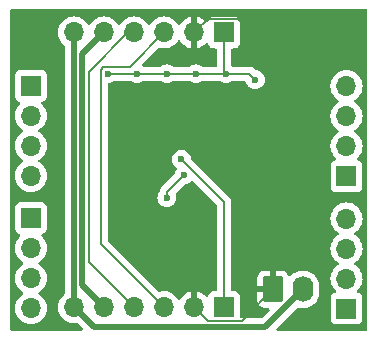
<source format=gbr>
%TF.GenerationSoftware,KiCad,Pcbnew,8.0.3-8.0.3-0~ubuntu22.04.1*%
%TF.CreationDate,2024-06-23T17:20:49+09:00*%
%TF.ProjectId,PCA9685_ver1,50434139-3638-4355-9f76-6572312e6b69,rev?*%
%TF.SameCoordinates,Original*%
%TF.FileFunction,Copper,L2,Bot*%
%TF.FilePolarity,Positive*%
%FSLAX46Y46*%
G04 Gerber Fmt 4.6, Leading zero omitted, Abs format (unit mm)*
G04 Created by KiCad (PCBNEW 8.0.3-8.0.3-0~ubuntu22.04.1) date 2024-06-23 17:20:49*
%MOMM*%
%LPD*%
G01*
G04 APERTURE LIST*
G04 Aperture macros list*
%AMRoundRect*
0 Rectangle with rounded corners*
0 $1 Rounding radius*
0 $2 $3 $4 $5 $6 $7 $8 $9 X,Y pos of 4 corners*
0 Add a 4 corners polygon primitive as box body*
4,1,4,$2,$3,$4,$5,$6,$7,$8,$9,$2,$3,0*
0 Add four circle primitives for the rounded corners*
1,1,$1+$1,$2,$3*
1,1,$1+$1,$4,$5*
1,1,$1+$1,$6,$7*
1,1,$1+$1,$8,$9*
0 Add four rect primitives between the rounded corners*
20,1,$1+$1,$2,$3,$4,$5,0*
20,1,$1+$1,$4,$5,$6,$7,0*
20,1,$1+$1,$6,$7,$8,$9,0*
20,1,$1+$1,$8,$9,$2,$3,0*%
G04 Aperture macros list end*
%TA.AperFunction,ComponentPad*%
%ADD10R,1.700000X1.700000*%
%TD*%
%TA.AperFunction,ComponentPad*%
%ADD11O,1.700000X1.700000*%
%TD*%
%TA.AperFunction,ComponentPad*%
%ADD12O,1.740000X2.190000*%
%TD*%
%TA.AperFunction,ComponentPad*%
%ADD13RoundRect,0.250000X-0.620000X-0.845000X0.620000X-0.845000X0.620000X0.845000X-0.620000X0.845000X0*%
%TD*%
%TA.AperFunction,ViaPad*%
%ADD14C,0.600000*%
%TD*%
%TA.AperFunction,Conductor*%
%ADD15C,0.200000*%
%TD*%
%TA.AperFunction,Conductor*%
%ADD16C,0.500000*%
%TD*%
G04 APERTURE END LIST*
D10*
%TO.P,J8,1,Pin_1*%
%TO.N,Net-(J8-Pin_1)*%
X104775000Y-94257500D03*
D11*
%TO.P,J8,2,Pin_2*%
%TO.N,Net-(J8-Pin_2)*%
X104775000Y-91717500D03*
%TO.P,J8,3,Pin_3*%
%TO.N,Net-(J8-Pin_3)*%
X104775000Y-89177500D03*
%TO.P,J8,4,Pin_4*%
%TO.N,Net-(J8-Pin_4)*%
X104775000Y-86637500D03*
%TD*%
%TO.P,J7,4,Pin_4*%
%TO.N,Net-(J7-Pin_4)*%
X104775000Y-97837500D03*
%TO.P,J7,3,Pin_3*%
%TO.N,Net-(J7-Pin_3)*%
X104775000Y-100377500D03*
%TO.P,J7,2,Pin_2*%
%TO.N,Net-(J7-Pin_2)*%
X104775000Y-102917500D03*
D10*
%TO.P,J7,1,Pin_1*%
%TO.N,Net-(J7-Pin_1)*%
X104775000Y-105457500D03*
%TD*%
%TO.P,J6,1,Pin_1*%
%TO.N,Net-(J6-Pin_1)*%
X78050000Y-97797500D03*
D11*
%TO.P,J6,2,Pin_2*%
%TO.N,Net-(J6-Pin_2)*%
X78050000Y-100337500D03*
%TO.P,J6,3,Pin_3*%
%TO.N,Net-(J6-Pin_3)*%
X78050000Y-102877500D03*
%TO.P,J6,4,Pin_4*%
%TO.N,Net-(J6-Pin_4)*%
X78050000Y-105417500D03*
%TD*%
D12*
%TO.P,J4,2,Pin_2*%
%TO.N,+5V*%
X101090000Y-103837500D03*
D13*
%TO.P,J4,1,Pin_1*%
%TO.N,GND*%
X98550000Y-103837500D03*
%TD*%
D10*
%TO.P,J3,1,Pin_1*%
%TO.N,+3V3*%
X94400000Y-82087500D03*
D11*
%TO.P,J3,2,Pin_2*%
%TO.N,GND*%
X91860000Y-82087500D03*
%TO.P,J3,3,Pin_3*%
%TO.N,SDA*%
X89320000Y-82087500D03*
%TO.P,J3,4,Pin_4*%
%TO.N,SCL*%
X86780000Y-82087500D03*
%TO.P,J3,5,Pin_5*%
%TO.N,OE*%
X84240000Y-82087500D03*
%TO.P,J3,6,Pin_6*%
%TO.N,+5V*%
X81700000Y-82087500D03*
%TD*%
D10*
%TO.P,J2,1,Pin_1*%
%TO.N,+3V3*%
X94400000Y-105337500D03*
D11*
%TO.P,J2,2,Pin_2*%
%TO.N,GND*%
X91860000Y-105337500D03*
%TO.P,J2,3,Pin_3*%
%TO.N,SDA*%
X89320000Y-105337500D03*
%TO.P,J2,4,Pin_4*%
%TO.N,SCL*%
X86780000Y-105337500D03*
%TO.P,J2,5,Pin_5*%
%TO.N,OE*%
X84240000Y-105337500D03*
%TO.P,J2,6,Pin_6*%
%TO.N,+5V*%
X81700000Y-105337500D03*
%TD*%
%TO.P,J1,4,Pin_4*%
%TO.N,Net-(J1-Pin_4)*%
X78050000Y-94217500D03*
%TO.P,J1,3,Pin_3*%
%TO.N,Net-(J1-Pin_3)*%
X78050000Y-91677500D03*
%TO.P,J1,2,Pin_2*%
%TO.N,Net-(J1-Pin_2)*%
X78050000Y-89137500D03*
D10*
%TO.P,J1,1,Pin_1*%
%TO.N,Net-(J1-Pin_1)*%
X78050000Y-86597500D03*
%TD*%
D14*
%TO.N,+3V3*%
X97050000Y-86087500D03*
%TO.N,GND*%
X99275000Y-96587500D03*
%TO.N,+3V3*%
X90800000Y-92837500D03*
X94550000Y-85587500D03*
X92050000Y-85587500D03*
X89550000Y-85587500D03*
X87050000Y-85587500D03*
X84550000Y-85587500D03*
%TO.N,Net-(U1-EXTCLK)*%
X89560000Y-96087500D03*
X91050000Y-94112500D03*
%TD*%
D15*
%TO.N,+3V3*%
X97050000Y-86087500D02*
X96550000Y-85587500D01*
X96550000Y-85587500D02*
X94550000Y-85587500D01*
D16*
%TO.N,+5V*%
X81700000Y-105337500D02*
X83400000Y-107037500D01*
X83400000Y-107037500D02*
X97890000Y-107037500D01*
X97890000Y-107037500D02*
X101090000Y-103837500D01*
D15*
%TO.N,GND*%
X99275000Y-96587500D02*
X99300000Y-96562500D01*
X99300000Y-96562500D02*
X99300000Y-84687500D01*
X99300000Y-84687500D02*
X95550000Y-80937500D01*
X95550000Y-80937500D02*
X93010000Y-80937500D01*
X93010000Y-80937500D02*
X91860000Y-82087500D01*
X91860000Y-105337500D02*
X93010000Y-106487500D01*
X93010000Y-106487500D02*
X95900000Y-106487500D01*
X95900000Y-106487500D02*
X98550000Y-103837500D01*
%TO.N,+3V3*%
X90800000Y-92837500D02*
X94400000Y-96437500D01*
X94400000Y-96437500D02*
X94400000Y-105337500D01*
%TO.N,SDA*%
X89320000Y-82087500D02*
X86420000Y-84987500D01*
X86420000Y-84987500D02*
X84200000Y-84987500D01*
X84200000Y-84987500D02*
X83950000Y-85237500D01*
X83950000Y-85237500D02*
X83950000Y-99967500D01*
X83950000Y-99967500D02*
X89320000Y-105337500D01*
%TO.N,SCL*%
X86780000Y-82087500D02*
X86290000Y-82087500D01*
X82950000Y-101507500D02*
X86780000Y-105337500D01*
X86290000Y-82087500D02*
X82950000Y-85427500D01*
X82950000Y-85427500D02*
X82950000Y-101507500D01*
D16*
%TO.N,OE*%
X84240000Y-105337500D02*
X82400000Y-103497500D01*
X82400000Y-103497500D02*
X82400000Y-83927500D01*
X82400000Y-83927500D02*
X84240000Y-82087500D01*
%TO.N,+5V*%
X81700000Y-82087500D02*
X81700000Y-105337500D01*
D15*
%TO.N,+3V3*%
X94400000Y-82087500D02*
X94400000Y-85437500D01*
X94400000Y-85437500D02*
X94550000Y-85587500D01*
X92050000Y-85587500D02*
X94550000Y-85587500D01*
X89550000Y-85587500D02*
X92050000Y-85587500D01*
X87050000Y-85587500D02*
X89550000Y-85587500D01*
X84550000Y-85587500D02*
X87050000Y-85587500D01*
%TO.N,Net-(U1-EXTCLK)*%
X89560000Y-96087500D02*
X89560000Y-95602500D01*
X89560000Y-95602500D02*
X91050000Y-94112500D01*
%TD*%
%TA.AperFunction,Conductor*%
%TO.N,GND*%
G36*
X106492539Y-80107685D02*
G01*
X106538294Y-80160489D01*
X106549500Y-80212000D01*
X106549500Y-107213000D01*
X106529815Y-107280039D01*
X106477011Y-107325794D01*
X106425500Y-107337000D01*
X98951230Y-107337000D01*
X98884191Y-107317315D01*
X98838436Y-107264511D01*
X98828492Y-107195353D01*
X98857517Y-107131797D01*
X98863549Y-107125319D01*
X99278499Y-106710369D01*
X100579894Y-105408972D01*
X100641215Y-105375489D01*
X100705889Y-105378723D01*
X100769074Y-105399254D01*
X100848973Y-105411908D01*
X100982134Y-105433000D01*
X100982139Y-105433000D01*
X101197866Y-105433000D01*
X101316230Y-105414252D01*
X101410926Y-105399254D01*
X101616089Y-105332592D01*
X101808299Y-105234657D01*
X101982821Y-105107859D01*
X102135359Y-104955321D01*
X102262157Y-104780799D01*
X102360092Y-104588589D01*
X102426754Y-104383426D01*
X102448033Y-104249075D01*
X102460500Y-104170366D01*
X102460500Y-103504633D01*
X102426754Y-103291577D01*
X102426754Y-103291574D01*
X102360092Y-103086411D01*
X102262157Y-102894201D01*
X102135359Y-102719679D01*
X101982821Y-102567141D01*
X101808299Y-102440343D01*
X101616089Y-102342408D01*
X101410926Y-102275746D01*
X101410924Y-102275745D01*
X101410922Y-102275745D01*
X101197866Y-102242000D01*
X101197861Y-102242000D01*
X100982139Y-102242000D01*
X100982134Y-102242000D01*
X100769077Y-102275745D01*
X100563908Y-102342409D01*
X100371700Y-102440343D01*
X100197180Y-102567140D01*
X100054816Y-102709504D01*
X99993493Y-102742988D01*
X99923801Y-102738004D01*
X99867868Y-102696132D01*
X99854748Y-102674216D01*
X99854356Y-102673376D01*
X99762315Y-102524154D01*
X99638345Y-102400184D01*
X99489124Y-102308143D01*
X99489119Y-102308141D01*
X99322697Y-102252994D01*
X99322690Y-102252993D01*
X99219986Y-102242500D01*
X98800000Y-102242500D01*
X98800000Y-103294790D01*
X98779661Y-103283048D01*
X98628333Y-103242500D01*
X98471667Y-103242500D01*
X98320339Y-103283048D01*
X98300000Y-103294790D01*
X98300000Y-102242500D01*
X97880028Y-102242500D01*
X97880012Y-102242501D01*
X97777302Y-102252994D01*
X97610880Y-102308141D01*
X97610875Y-102308143D01*
X97461654Y-102400184D01*
X97337684Y-102524154D01*
X97245643Y-102673375D01*
X97245641Y-102673380D01*
X97190494Y-102839802D01*
X97190493Y-102839809D01*
X97180000Y-102942513D01*
X97180000Y-103587500D01*
X98007291Y-103587500D01*
X97995548Y-103607839D01*
X97955000Y-103759167D01*
X97955000Y-103915833D01*
X97995548Y-104067161D01*
X98007291Y-104087500D01*
X97180001Y-104087500D01*
X97180001Y-104732486D01*
X97190494Y-104835197D01*
X97245641Y-105001619D01*
X97245643Y-105001624D01*
X97337684Y-105150845D01*
X97461654Y-105274815D01*
X97610875Y-105366856D01*
X97610880Y-105366858D01*
X97777302Y-105422005D01*
X97777309Y-105422006D01*
X97880019Y-105432499D01*
X98134269Y-105432499D01*
X98201308Y-105452183D01*
X98247063Y-105504987D01*
X98257007Y-105574146D01*
X98227982Y-105637701D01*
X98221950Y-105644180D01*
X97615451Y-106250681D01*
X97554128Y-106284166D01*
X97527770Y-106287000D01*
X95874500Y-106287000D01*
X95807461Y-106267315D01*
X95761706Y-106214511D01*
X95750500Y-106163000D01*
X95750499Y-104439629D01*
X95750498Y-104439623D01*
X95749732Y-104432500D01*
X95745299Y-104391257D01*
X95744091Y-104380016D01*
X95693797Y-104245171D01*
X95693793Y-104245164D01*
X95607547Y-104129955D01*
X95607544Y-104129952D01*
X95492335Y-104043706D01*
X95492328Y-104043702D01*
X95357482Y-103993408D01*
X95357483Y-103993408D01*
X95297883Y-103987001D01*
X95297881Y-103987000D01*
X95297873Y-103987000D01*
X95297865Y-103987000D01*
X95124500Y-103987000D01*
X95057461Y-103967315D01*
X95011706Y-103914511D01*
X95000500Y-103863000D01*
X95000500Y-97837499D01*
X103419341Y-97837499D01*
X103419341Y-97837500D01*
X103439936Y-98072903D01*
X103439938Y-98072913D01*
X103501094Y-98301155D01*
X103501096Y-98301159D01*
X103501097Y-98301163D01*
X103600965Y-98515330D01*
X103600967Y-98515334D01*
X103709281Y-98670021D01*
X103727030Y-98695370D01*
X103736501Y-98708895D01*
X103736506Y-98708902D01*
X103903597Y-98875993D01*
X103903603Y-98875998D01*
X104089158Y-99005925D01*
X104132783Y-99060502D01*
X104139977Y-99130000D01*
X104108454Y-99192355D01*
X104089158Y-99209075D01*
X103903597Y-99339005D01*
X103736505Y-99506097D01*
X103600965Y-99699669D01*
X103600964Y-99699671D01*
X103501098Y-99913835D01*
X103501094Y-99913844D01*
X103439938Y-100142086D01*
X103439936Y-100142096D01*
X103419341Y-100377499D01*
X103419341Y-100377500D01*
X103439936Y-100612903D01*
X103439938Y-100612913D01*
X103501094Y-100841155D01*
X103501096Y-100841159D01*
X103501097Y-100841163D01*
X103582313Y-101015330D01*
X103600965Y-101055330D01*
X103600967Y-101055334D01*
X103736501Y-101248895D01*
X103736506Y-101248902D01*
X103903597Y-101415993D01*
X103903603Y-101415998D01*
X104089158Y-101545925D01*
X104132783Y-101600502D01*
X104139977Y-101670000D01*
X104108454Y-101732355D01*
X104089158Y-101749075D01*
X103903597Y-101879005D01*
X103736505Y-102046097D01*
X103600965Y-102239669D01*
X103600964Y-102239671D01*
X103501098Y-102453835D01*
X103501094Y-102453844D01*
X103439938Y-102682086D01*
X103439936Y-102682096D01*
X103419341Y-102917499D01*
X103419341Y-102917500D01*
X103439936Y-103152903D01*
X103439938Y-103152913D01*
X103501094Y-103381155D01*
X103501096Y-103381159D01*
X103501097Y-103381163D01*
X103543531Y-103472162D01*
X103600965Y-103595330D01*
X103600967Y-103595334D01*
X103708492Y-103748895D01*
X103736501Y-103788896D01*
X103736506Y-103788902D01*
X103858430Y-103910826D01*
X103891915Y-103972149D01*
X103886931Y-104041841D01*
X103845059Y-104097774D01*
X103814083Y-104114689D01*
X103682669Y-104163703D01*
X103682664Y-104163706D01*
X103567455Y-104249952D01*
X103567452Y-104249955D01*
X103481206Y-104365164D01*
X103481202Y-104365171D01*
X103430908Y-104500017D01*
X103425954Y-104546099D01*
X103424501Y-104559623D01*
X103424500Y-104559635D01*
X103424500Y-106355370D01*
X103424501Y-106355376D01*
X103430908Y-106414983D01*
X103481202Y-106549828D01*
X103481206Y-106549835D01*
X103567452Y-106665044D01*
X103567455Y-106665047D01*
X103682664Y-106751293D01*
X103682671Y-106751297D01*
X103817517Y-106801591D01*
X103817516Y-106801591D01*
X103824444Y-106802335D01*
X103877127Y-106808000D01*
X105672872Y-106807999D01*
X105732483Y-106801591D01*
X105867331Y-106751296D01*
X105982546Y-106665046D01*
X106068796Y-106549831D01*
X106119091Y-106414983D01*
X106125500Y-106355373D01*
X106125499Y-104559628D01*
X106119091Y-104500017D01*
X106106440Y-104466099D01*
X106068797Y-104365171D01*
X106068793Y-104365164D01*
X105982547Y-104249955D01*
X105982544Y-104249952D01*
X105867335Y-104163706D01*
X105867328Y-104163702D01*
X105735917Y-104114689D01*
X105679983Y-104072818D01*
X105655566Y-104007353D01*
X105670418Y-103939080D01*
X105691563Y-103910832D01*
X105813495Y-103788901D01*
X105949035Y-103595330D01*
X106048903Y-103381163D01*
X106110063Y-103152908D01*
X106130659Y-102917500D01*
X106128620Y-102894200D01*
X106117659Y-102768916D01*
X106110063Y-102682092D01*
X106048903Y-102453837D01*
X105949035Y-102239671D01*
X105921026Y-102199669D01*
X105813494Y-102046097D01*
X105646402Y-101879006D01*
X105646396Y-101879001D01*
X105460842Y-101749075D01*
X105417217Y-101694498D01*
X105410023Y-101625000D01*
X105441546Y-101562645D01*
X105460842Y-101545925D01*
X105517968Y-101505925D01*
X105646401Y-101415995D01*
X105813495Y-101248901D01*
X105949035Y-101055330D01*
X106048903Y-100841163D01*
X106110063Y-100612908D01*
X106130659Y-100377500D01*
X106110063Y-100142092D01*
X106048903Y-99913837D01*
X105949035Y-99699671D01*
X105921026Y-99659669D01*
X105813494Y-99506097D01*
X105646402Y-99339006D01*
X105646396Y-99339001D01*
X105460842Y-99209075D01*
X105417217Y-99154498D01*
X105410023Y-99085000D01*
X105441546Y-99022645D01*
X105460842Y-99005925D01*
X105626645Y-98889828D01*
X105646401Y-98875995D01*
X105813495Y-98708901D01*
X105949035Y-98515330D01*
X106048903Y-98301163D01*
X106110063Y-98072908D01*
X106130659Y-97837500D01*
X106110063Y-97602092D01*
X106048903Y-97373837D01*
X105949035Y-97159671D01*
X105813495Y-96966099D01*
X105813494Y-96966097D01*
X105646402Y-96799006D01*
X105646395Y-96799001D01*
X105452834Y-96663467D01*
X105452830Y-96663465D01*
X105423774Y-96649916D01*
X105238663Y-96563597D01*
X105238659Y-96563596D01*
X105238655Y-96563594D01*
X105010413Y-96502438D01*
X105010403Y-96502436D01*
X104775001Y-96481841D01*
X104774999Y-96481841D01*
X104539596Y-96502436D01*
X104539586Y-96502438D01*
X104311344Y-96563594D01*
X104311335Y-96563598D01*
X104097171Y-96663464D01*
X104097169Y-96663465D01*
X103903597Y-96799005D01*
X103736505Y-96966097D01*
X103600965Y-97159669D01*
X103600964Y-97159671D01*
X103501098Y-97373835D01*
X103501094Y-97373844D01*
X103439938Y-97602086D01*
X103439936Y-97602096D01*
X103419341Y-97837499D01*
X95000500Y-97837499D01*
X95000500Y-96526559D01*
X95000501Y-96526546D01*
X95000501Y-96358445D01*
X95000501Y-96358443D01*
X94959577Y-96205715D01*
X94930639Y-96155595D01*
X94880520Y-96068784D01*
X94768716Y-95956980D01*
X94768715Y-95956979D01*
X94764385Y-95952649D01*
X94764374Y-95952639D01*
X91630700Y-92818965D01*
X91597215Y-92757642D01*
X91595163Y-92745186D01*
X91585368Y-92658245D01*
X91525789Y-92487978D01*
X91429816Y-92335238D01*
X91302262Y-92207684D01*
X91260054Y-92181163D01*
X91149523Y-92111711D01*
X90979254Y-92052131D01*
X90979249Y-92052130D01*
X90800004Y-92031935D01*
X90799996Y-92031935D01*
X90620750Y-92052130D01*
X90620745Y-92052131D01*
X90450476Y-92111711D01*
X90297737Y-92207684D01*
X90170184Y-92335237D01*
X90074211Y-92487976D01*
X90014631Y-92658245D01*
X90014630Y-92658250D01*
X89994435Y-92837496D01*
X89994435Y-92837503D01*
X90014630Y-93016749D01*
X90014631Y-93016754D01*
X90074211Y-93187023D01*
X90170184Y-93339762D01*
X90297737Y-93467315D01*
X90297740Y-93467317D01*
X90344915Y-93496960D01*
X90391206Y-93549295D01*
X90401853Y-93618348D01*
X90383936Y-93667925D01*
X90324210Y-93762977D01*
X90264630Y-93933250D01*
X90254837Y-94020168D01*
X90227770Y-94084582D01*
X90219298Y-94093965D01*
X89191286Y-95121978D01*
X89079481Y-95233782D01*
X89079475Y-95233790D01*
X89040020Y-95302130D01*
X89040020Y-95302132D01*
X89000423Y-95370714D01*
X89000423Y-95370715D01*
X88959499Y-95523443D01*
X88959499Y-95523445D01*
X88957396Y-95531294D01*
X88955188Y-95530702D01*
X88934063Y-95580372D01*
X88930188Y-95585230D01*
X88834211Y-95737976D01*
X88774631Y-95908245D01*
X88774630Y-95908250D01*
X88754435Y-96087496D01*
X88754435Y-96087503D01*
X88774630Y-96266749D01*
X88774631Y-96266754D01*
X88834211Y-96437023D01*
X88913743Y-96563597D01*
X88930184Y-96589762D01*
X89057738Y-96717316D01*
X89090015Y-96737597D01*
X89187746Y-96799006D01*
X89210478Y-96813289D01*
X89380745Y-96872868D01*
X89380750Y-96872869D01*
X89559996Y-96893065D01*
X89560000Y-96893065D01*
X89560004Y-96893065D01*
X89739249Y-96872869D01*
X89739252Y-96872868D01*
X89739255Y-96872868D01*
X89909522Y-96813289D01*
X90062262Y-96717316D01*
X90189816Y-96589762D01*
X90285789Y-96437022D01*
X90345368Y-96266755D01*
X90345369Y-96266749D01*
X90365565Y-96087503D01*
X90365565Y-96087496D01*
X90345369Y-95908250D01*
X90345367Y-95908240D01*
X90325782Y-95852271D01*
X90308402Y-95802604D01*
X90304840Y-95732828D01*
X90337761Y-95673972D01*
X91068535Y-94943198D01*
X91129856Y-94909715D01*
X91142311Y-94907663D01*
X91229255Y-94897868D01*
X91399522Y-94838289D01*
X91552262Y-94742316D01*
X91616243Y-94678334D01*
X91677562Y-94644852D01*
X91747254Y-94649836D01*
X91791602Y-94678337D01*
X93763181Y-96649916D01*
X93796666Y-96711239D01*
X93799500Y-96737597D01*
X93799500Y-103863000D01*
X93779815Y-103930039D01*
X93727011Y-103975794D01*
X93675501Y-103987000D01*
X93502130Y-103987000D01*
X93502123Y-103987001D01*
X93442516Y-103993408D01*
X93307671Y-104043702D01*
X93307664Y-104043706D01*
X93192455Y-104129952D01*
X93192452Y-104129955D01*
X93106206Y-104245164D01*
X93106202Y-104245171D01*
X93056997Y-104377098D01*
X93015126Y-104433032D01*
X92949661Y-104457449D01*
X92881388Y-104442597D01*
X92853134Y-104421446D01*
X92731082Y-104299394D01*
X92537578Y-104163899D01*
X92323492Y-104064070D01*
X92323486Y-104064067D01*
X92110000Y-104006864D01*
X92110000Y-104904488D01*
X92052993Y-104871575D01*
X91925826Y-104837500D01*
X91794174Y-104837500D01*
X91667007Y-104871575D01*
X91610000Y-104904488D01*
X91610000Y-104006864D01*
X91609999Y-104006864D01*
X91396513Y-104064067D01*
X91396507Y-104064070D01*
X91182422Y-104163899D01*
X91182420Y-104163900D01*
X90988926Y-104299386D01*
X90988920Y-104299391D01*
X90821891Y-104466420D01*
X90821890Y-104466422D01*
X90691880Y-104652095D01*
X90637303Y-104695719D01*
X90567804Y-104702912D01*
X90505450Y-104671390D01*
X90488730Y-104652094D01*
X90358494Y-104466097D01*
X90191402Y-104299006D01*
X90191395Y-104299001D01*
X89997834Y-104163467D01*
X89997830Y-104163465D01*
X89963593Y-104147500D01*
X89783663Y-104063597D01*
X89783659Y-104063596D01*
X89783655Y-104063594D01*
X89555413Y-104002438D01*
X89555403Y-104002436D01*
X89320001Y-103981841D01*
X89319999Y-103981841D01*
X89084596Y-104002436D01*
X89084583Y-104002439D01*
X88956241Y-104036827D01*
X88886392Y-104035164D01*
X88836468Y-104004733D01*
X84586819Y-99755084D01*
X84553334Y-99693761D01*
X84550500Y-99667403D01*
X84550500Y-86503821D01*
X84570185Y-86436782D01*
X84622989Y-86391027D01*
X84660612Y-86380601D01*
X84729255Y-86372868D01*
X84899522Y-86313289D01*
X85052262Y-86217316D01*
X85052267Y-86217310D01*
X85055097Y-86215055D01*
X85057275Y-86214165D01*
X85058158Y-86213611D01*
X85058255Y-86213765D01*
X85119783Y-86188645D01*
X85132412Y-86188000D01*
X86467588Y-86188000D01*
X86534627Y-86207685D01*
X86544903Y-86215055D01*
X86547736Y-86217314D01*
X86547738Y-86217316D01*
X86700478Y-86313289D01*
X86870742Y-86372867D01*
X86870745Y-86372868D01*
X86870750Y-86372869D01*
X87049996Y-86393065D01*
X87050000Y-86393065D01*
X87050004Y-86393065D01*
X87229249Y-86372869D01*
X87229252Y-86372868D01*
X87229255Y-86372868D01*
X87399522Y-86313289D01*
X87552262Y-86217316D01*
X87552267Y-86217310D01*
X87555097Y-86215055D01*
X87557275Y-86214165D01*
X87558158Y-86213611D01*
X87558255Y-86213765D01*
X87619783Y-86188645D01*
X87632412Y-86188000D01*
X88967588Y-86188000D01*
X89034627Y-86207685D01*
X89044903Y-86215055D01*
X89047736Y-86217314D01*
X89047738Y-86217316D01*
X89200478Y-86313289D01*
X89370742Y-86372867D01*
X89370745Y-86372868D01*
X89370750Y-86372869D01*
X89549996Y-86393065D01*
X89550000Y-86393065D01*
X89550004Y-86393065D01*
X89729249Y-86372869D01*
X89729252Y-86372868D01*
X89729255Y-86372868D01*
X89899522Y-86313289D01*
X90052262Y-86217316D01*
X90052267Y-86217310D01*
X90055097Y-86215055D01*
X90057275Y-86214165D01*
X90058158Y-86213611D01*
X90058255Y-86213765D01*
X90119783Y-86188645D01*
X90132412Y-86188000D01*
X91467588Y-86188000D01*
X91534627Y-86207685D01*
X91544903Y-86215055D01*
X91547736Y-86217314D01*
X91547738Y-86217316D01*
X91700478Y-86313289D01*
X91870742Y-86372867D01*
X91870745Y-86372868D01*
X91870750Y-86372869D01*
X92049996Y-86393065D01*
X92050000Y-86393065D01*
X92050004Y-86393065D01*
X92229249Y-86372869D01*
X92229252Y-86372868D01*
X92229255Y-86372868D01*
X92399522Y-86313289D01*
X92552262Y-86217316D01*
X92552267Y-86217310D01*
X92555097Y-86215055D01*
X92557275Y-86214165D01*
X92558158Y-86213611D01*
X92558255Y-86213765D01*
X92619783Y-86188645D01*
X92632412Y-86188000D01*
X93967588Y-86188000D01*
X94034627Y-86207685D01*
X94044903Y-86215055D01*
X94047736Y-86217314D01*
X94047738Y-86217316D01*
X94200478Y-86313289D01*
X94370742Y-86372867D01*
X94370745Y-86372868D01*
X94370750Y-86372869D01*
X94549996Y-86393065D01*
X94550000Y-86393065D01*
X94550004Y-86393065D01*
X94729249Y-86372869D01*
X94729252Y-86372868D01*
X94729255Y-86372868D01*
X94899522Y-86313289D01*
X95052262Y-86217316D01*
X95052267Y-86217310D01*
X95055097Y-86215055D01*
X95057275Y-86214165D01*
X95058158Y-86213611D01*
X95058255Y-86213765D01*
X95119783Y-86188645D01*
X95132412Y-86188000D01*
X96149091Y-86188000D01*
X96216130Y-86207685D01*
X96261885Y-86260489D01*
X96266133Y-86271045D01*
X96301763Y-86372869D01*
X96324211Y-86437022D01*
X96420184Y-86589762D01*
X96547738Y-86717316D01*
X96700478Y-86813289D01*
X96870745Y-86872868D01*
X96870750Y-86872869D01*
X97049996Y-86893065D01*
X97050000Y-86893065D01*
X97050004Y-86893065D01*
X97229249Y-86872869D01*
X97229252Y-86872868D01*
X97229255Y-86872868D01*
X97399522Y-86813289D01*
X97552262Y-86717316D01*
X97632079Y-86637499D01*
X103419341Y-86637499D01*
X103419341Y-86637500D01*
X103439936Y-86872903D01*
X103439938Y-86872913D01*
X103501094Y-87101155D01*
X103501096Y-87101159D01*
X103501097Y-87101163D01*
X103600965Y-87315330D01*
X103600967Y-87315334D01*
X103709281Y-87470021D01*
X103727030Y-87495370D01*
X103736501Y-87508895D01*
X103736506Y-87508902D01*
X103903597Y-87675993D01*
X103903603Y-87675998D01*
X104089158Y-87805925D01*
X104132783Y-87860502D01*
X104139977Y-87930000D01*
X104108454Y-87992355D01*
X104089158Y-88009075D01*
X103903597Y-88139005D01*
X103736505Y-88306097D01*
X103600965Y-88499669D01*
X103600964Y-88499671D01*
X103501098Y-88713835D01*
X103501094Y-88713844D01*
X103439938Y-88942086D01*
X103439936Y-88942096D01*
X103419341Y-89177499D01*
X103419341Y-89177500D01*
X103439936Y-89412903D01*
X103439938Y-89412913D01*
X103501094Y-89641155D01*
X103501096Y-89641159D01*
X103501097Y-89641163D01*
X103582313Y-89815330D01*
X103600965Y-89855330D01*
X103600967Y-89855334D01*
X103736501Y-90048895D01*
X103736506Y-90048902D01*
X103903597Y-90215993D01*
X103903603Y-90215998D01*
X104089158Y-90345925D01*
X104132783Y-90400502D01*
X104139977Y-90470000D01*
X104108454Y-90532355D01*
X104089158Y-90549075D01*
X103903597Y-90679005D01*
X103736505Y-90846097D01*
X103600965Y-91039669D01*
X103600964Y-91039671D01*
X103501098Y-91253835D01*
X103501094Y-91253844D01*
X103439938Y-91482086D01*
X103439936Y-91482096D01*
X103419341Y-91717499D01*
X103419341Y-91717500D01*
X103439936Y-91952903D01*
X103439938Y-91952913D01*
X103501094Y-92181155D01*
X103501096Y-92181159D01*
X103501097Y-92181163D01*
X103513464Y-92207684D01*
X103600965Y-92395330D01*
X103600967Y-92395334D01*
X103665836Y-92487976D01*
X103736501Y-92588896D01*
X103736506Y-92588902D01*
X103858430Y-92710826D01*
X103891915Y-92772149D01*
X103886931Y-92841841D01*
X103845059Y-92897774D01*
X103814083Y-92914689D01*
X103682669Y-92963703D01*
X103682664Y-92963706D01*
X103567455Y-93049952D01*
X103567452Y-93049955D01*
X103481206Y-93165164D01*
X103481202Y-93165171D01*
X103430908Y-93300017D01*
X103425954Y-93346099D01*
X103424501Y-93359623D01*
X103424500Y-93359635D01*
X103424500Y-95155370D01*
X103424501Y-95155376D01*
X103430908Y-95214983D01*
X103481202Y-95349828D01*
X103481206Y-95349835D01*
X103567452Y-95465044D01*
X103567455Y-95465047D01*
X103682664Y-95551293D01*
X103682671Y-95551297D01*
X103817517Y-95601591D01*
X103817516Y-95601591D01*
X103824444Y-95602335D01*
X103877127Y-95608000D01*
X105672872Y-95607999D01*
X105732483Y-95601591D01*
X105867331Y-95551296D01*
X105982546Y-95465046D01*
X106068796Y-95349831D01*
X106119091Y-95214983D01*
X106125500Y-95155373D01*
X106125499Y-93359628D01*
X106119091Y-93300017D01*
X106073956Y-93179005D01*
X106068797Y-93165171D01*
X106068793Y-93165164D01*
X105982547Y-93049955D01*
X105982544Y-93049952D01*
X105867335Y-92963706D01*
X105867328Y-92963702D01*
X105735917Y-92914689D01*
X105679983Y-92872818D01*
X105655566Y-92807353D01*
X105670418Y-92739080D01*
X105691563Y-92710832D01*
X105813495Y-92588901D01*
X105949035Y-92395330D01*
X106048903Y-92181163D01*
X106110063Y-91952908D01*
X106130659Y-91717500D01*
X106110063Y-91482092D01*
X106048903Y-91253837D01*
X105949035Y-91039671D01*
X105921026Y-90999669D01*
X105813494Y-90846097D01*
X105646402Y-90679006D01*
X105646396Y-90679001D01*
X105460842Y-90549075D01*
X105417217Y-90494498D01*
X105410023Y-90425000D01*
X105441546Y-90362645D01*
X105460842Y-90345925D01*
X105517968Y-90305925D01*
X105646401Y-90215995D01*
X105813495Y-90048901D01*
X105949035Y-89855330D01*
X106048903Y-89641163D01*
X106110063Y-89412908D01*
X106130659Y-89177500D01*
X106110063Y-88942092D01*
X106048903Y-88713837D01*
X105949035Y-88499671D01*
X105921026Y-88459669D01*
X105813494Y-88306097D01*
X105646402Y-88139006D01*
X105646396Y-88139001D01*
X105460842Y-88009075D01*
X105417217Y-87954498D01*
X105410023Y-87885000D01*
X105441546Y-87822645D01*
X105460842Y-87805925D01*
X105626645Y-87689828D01*
X105646401Y-87675995D01*
X105813495Y-87508901D01*
X105949035Y-87315330D01*
X106048903Y-87101163D01*
X106110063Y-86872908D01*
X106130659Y-86637500D01*
X106110063Y-86402092D01*
X106060553Y-86217316D01*
X106048905Y-86173844D01*
X106048904Y-86173843D01*
X106048903Y-86173837D01*
X105949035Y-85959671D01*
X105913027Y-85908245D01*
X105813494Y-85766097D01*
X105646402Y-85599006D01*
X105646395Y-85599001D01*
X105452834Y-85463467D01*
X105452830Y-85463465D01*
X105440433Y-85457684D01*
X105238663Y-85363597D01*
X105238659Y-85363596D01*
X105238655Y-85363594D01*
X105010413Y-85302438D01*
X105010403Y-85302436D01*
X104775001Y-85281841D01*
X104774999Y-85281841D01*
X104539596Y-85302436D01*
X104539586Y-85302438D01*
X104311344Y-85363594D01*
X104311335Y-85363598D01*
X104097171Y-85463464D01*
X104097169Y-85463465D01*
X103903597Y-85599005D01*
X103736505Y-85766097D01*
X103600965Y-85959669D01*
X103600964Y-85959671D01*
X103501098Y-86173835D01*
X103501094Y-86173844D01*
X103439938Y-86402086D01*
X103439936Y-86402096D01*
X103419341Y-86637499D01*
X97632079Y-86637499D01*
X97679816Y-86589762D01*
X97775789Y-86437022D01*
X97835368Y-86266755D01*
X97836074Y-86260489D01*
X97855565Y-86087503D01*
X97855565Y-86087496D01*
X97835369Y-85908250D01*
X97835368Y-85908245D01*
X97775788Y-85737976D01*
X97679815Y-85585237D01*
X97552262Y-85457684D01*
X97399521Y-85361710D01*
X97233753Y-85303706D01*
X97229255Y-85302132D01*
X97229254Y-85302131D01*
X97229249Y-85302130D01*
X97142332Y-85292337D01*
X97077918Y-85265270D01*
X97068535Y-85256798D01*
X97030523Y-85218786D01*
X97030520Y-85218784D01*
X96918717Y-85106981D01*
X96918709Y-85106975D01*
X96816936Y-85048217D01*
X96816934Y-85048216D01*
X96781790Y-85027925D01*
X96781789Y-85027924D01*
X96769263Y-85024567D01*
X96629057Y-84986999D01*
X96470943Y-84986999D01*
X96463347Y-84986999D01*
X96463331Y-84987000D01*
X95132412Y-84987000D01*
X95065373Y-84967315D01*
X95055096Y-84959945D01*
X95052266Y-84957688D01*
X95052262Y-84957684D01*
X95052257Y-84957680D01*
X95047184Y-84953635D01*
X95007046Y-84896445D01*
X95000500Y-84856690D01*
X95000500Y-83561999D01*
X95020185Y-83494960D01*
X95072989Y-83449205D01*
X95124500Y-83437999D01*
X95297871Y-83437999D01*
X95297872Y-83437999D01*
X95357483Y-83431591D01*
X95492331Y-83381296D01*
X95607546Y-83295046D01*
X95693796Y-83179831D01*
X95744091Y-83044983D01*
X95750500Y-82985373D01*
X95750499Y-81189628D01*
X95744091Y-81130017D01*
X95743002Y-81127098D01*
X95693797Y-80995171D01*
X95693793Y-80995164D01*
X95607547Y-80879955D01*
X95607544Y-80879952D01*
X95492335Y-80793706D01*
X95492328Y-80793702D01*
X95357482Y-80743408D01*
X95357483Y-80743408D01*
X95297883Y-80737001D01*
X95297881Y-80737000D01*
X95297873Y-80737000D01*
X95297864Y-80737000D01*
X93502129Y-80737000D01*
X93502123Y-80737001D01*
X93442516Y-80743408D01*
X93307671Y-80793702D01*
X93307664Y-80793706D01*
X93192455Y-80879952D01*
X93192452Y-80879955D01*
X93106206Y-80995164D01*
X93106202Y-80995171D01*
X93056997Y-81127098D01*
X93015126Y-81183032D01*
X92949661Y-81207449D01*
X92881388Y-81192597D01*
X92853134Y-81171446D01*
X92731082Y-81049394D01*
X92537578Y-80913899D01*
X92323492Y-80814070D01*
X92323486Y-80814067D01*
X92110000Y-80756864D01*
X92110000Y-81654488D01*
X92052993Y-81621575D01*
X91925826Y-81587500D01*
X91794174Y-81587500D01*
X91667007Y-81621575D01*
X91610000Y-81654488D01*
X91610000Y-80756864D01*
X91609999Y-80756864D01*
X91396513Y-80814067D01*
X91396507Y-80814070D01*
X91182422Y-80913899D01*
X91182420Y-80913900D01*
X90988926Y-81049386D01*
X90988920Y-81049391D01*
X90821891Y-81216420D01*
X90821890Y-81216422D01*
X90691880Y-81402095D01*
X90637303Y-81445719D01*
X90567804Y-81452912D01*
X90505450Y-81421390D01*
X90488730Y-81402094D01*
X90358494Y-81216097D01*
X90191402Y-81049006D01*
X90191395Y-81049001D01*
X89997834Y-80913467D01*
X89997830Y-80913465D01*
X89997828Y-80913464D01*
X89783663Y-80813597D01*
X89783659Y-80813596D01*
X89783655Y-80813594D01*
X89555413Y-80752438D01*
X89555403Y-80752436D01*
X89320001Y-80731841D01*
X89319999Y-80731841D01*
X89084596Y-80752436D01*
X89084586Y-80752438D01*
X88856344Y-80813594D01*
X88856335Y-80813598D01*
X88642171Y-80913464D01*
X88642169Y-80913465D01*
X88448597Y-81049005D01*
X88281505Y-81216097D01*
X88151575Y-81401658D01*
X88096998Y-81445283D01*
X88027500Y-81452477D01*
X87965145Y-81420954D01*
X87948425Y-81401658D01*
X87818494Y-81216097D01*
X87651402Y-81049006D01*
X87651395Y-81049001D01*
X87457834Y-80913467D01*
X87457830Y-80913465D01*
X87457828Y-80913464D01*
X87243663Y-80813597D01*
X87243659Y-80813596D01*
X87243655Y-80813594D01*
X87015413Y-80752438D01*
X87015403Y-80752436D01*
X86780001Y-80731841D01*
X86779999Y-80731841D01*
X86544596Y-80752436D01*
X86544586Y-80752438D01*
X86316344Y-80813594D01*
X86316335Y-80813598D01*
X86102171Y-80913464D01*
X86102169Y-80913465D01*
X85908597Y-81049005D01*
X85741505Y-81216097D01*
X85611575Y-81401658D01*
X85556998Y-81445283D01*
X85487500Y-81452477D01*
X85425145Y-81420954D01*
X85408425Y-81401658D01*
X85278494Y-81216097D01*
X85111402Y-81049006D01*
X85111395Y-81049001D01*
X84917834Y-80913467D01*
X84917830Y-80913465D01*
X84917828Y-80913464D01*
X84703663Y-80813597D01*
X84703659Y-80813596D01*
X84703655Y-80813594D01*
X84475413Y-80752438D01*
X84475403Y-80752436D01*
X84240001Y-80731841D01*
X84239999Y-80731841D01*
X84004596Y-80752436D01*
X84004586Y-80752438D01*
X83776344Y-80813594D01*
X83776335Y-80813598D01*
X83562171Y-80913464D01*
X83562169Y-80913465D01*
X83368597Y-81049005D01*
X83201505Y-81216097D01*
X83071575Y-81401658D01*
X83016998Y-81445283D01*
X82947500Y-81452477D01*
X82885145Y-81420954D01*
X82868425Y-81401658D01*
X82738494Y-81216097D01*
X82571402Y-81049006D01*
X82571395Y-81049001D01*
X82377834Y-80913467D01*
X82377830Y-80913465D01*
X82377828Y-80913464D01*
X82163663Y-80813597D01*
X82163659Y-80813596D01*
X82163655Y-80813594D01*
X81935413Y-80752438D01*
X81935403Y-80752436D01*
X81700001Y-80731841D01*
X81699999Y-80731841D01*
X81464596Y-80752436D01*
X81464586Y-80752438D01*
X81236344Y-80813594D01*
X81236335Y-80813598D01*
X81022171Y-80913464D01*
X81022169Y-80913465D01*
X80828597Y-81049005D01*
X80661505Y-81216097D01*
X80525965Y-81409669D01*
X80525964Y-81409671D01*
X80426098Y-81623835D01*
X80426094Y-81623844D01*
X80364938Y-81852086D01*
X80364936Y-81852096D01*
X80344341Y-82087499D01*
X80344341Y-82087500D01*
X80364936Y-82322903D01*
X80364938Y-82322913D01*
X80426094Y-82551155D01*
X80426096Y-82551159D01*
X80426097Y-82551163D01*
X80509155Y-82729281D01*
X80525965Y-82765330D01*
X80525967Y-82765334D01*
X80634281Y-82920021D01*
X80661501Y-82958896D01*
X80661506Y-82958902D01*
X80828595Y-83125992D01*
X80828598Y-83125994D01*
X80828599Y-83125995D01*
X80896623Y-83173625D01*
X80940248Y-83228201D01*
X80949500Y-83275200D01*
X80949500Y-104149798D01*
X80929815Y-104216837D01*
X80896625Y-104251372D01*
X80828595Y-104299007D01*
X80661505Y-104466097D01*
X80525965Y-104659669D01*
X80525964Y-104659671D01*
X80426098Y-104873835D01*
X80426094Y-104873844D01*
X80364938Y-105102086D01*
X80364936Y-105102096D01*
X80344341Y-105337499D01*
X80344341Y-105337500D01*
X80364936Y-105572903D01*
X80364938Y-105572913D01*
X80426094Y-105801155D01*
X80426096Y-105801159D01*
X80426097Y-105801163D01*
X80525965Y-106015330D01*
X80525967Y-106015334D01*
X80581984Y-106095334D01*
X80661505Y-106208901D01*
X80828599Y-106375995D01*
X80884278Y-106414982D01*
X81022165Y-106511532D01*
X81022167Y-106511533D01*
X81022170Y-106511535D01*
X81236337Y-106611403D01*
X81464592Y-106672563D01*
X81652918Y-106689039D01*
X81699999Y-106693159D01*
X81700000Y-106693159D01*
X81700001Y-106693159D01*
X81735284Y-106690071D01*
X81913013Y-106674522D01*
X81981512Y-106688288D01*
X82011501Y-106710369D01*
X82426451Y-107125319D01*
X82459936Y-107186642D01*
X82454952Y-107256334D01*
X82413080Y-107312267D01*
X82347616Y-107336684D01*
X82338770Y-107337000D01*
X76424500Y-107337000D01*
X76357461Y-107317315D01*
X76311706Y-107264511D01*
X76300500Y-107213000D01*
X76300500Y-100337499D01*
X76694341Y-100337499D01*
X76694341Y-100337500D01*
X76714936Y-100572903D01*
X76714938Y-100572913D01*
X76776094Y-100801155D01*
X76776096Y-100801159D01*
X76776097Y-100801163D01*
X76794750Y-100841164D01*
X76875965Y-101015330D01*
X76875967Y-101015334D01*
X77011501Y-101208895D01*
X77011506Y-101208902D01*
X77178597Y-101375993D01*
X77178603Y-101375998D01*
X77364158Y-101505925D01*
X77407783Y-101560502D01*
X77414977Y-101630000D01*
X77383454Y-101692355D01*
X77364158Y-101709075D01*
X77178597Y-101839005D01*
X77011505Y-102006097D01*
X76875965Y-102199669D01*
X76875964Y-102199671D01*
X76776098Y-102413835D01*
X76776094Y-102413844D01*
X76714938Y-102642086D01*
X76714936Y-102642096D01*
X76694341Y-102877499D01*
X76694341Y-102877500D01*
X76714936Y-103112903D01*
X76714938Y-103112913D01*
X76776094Y-103341155D01*
X76776096Y-103341159D01*
X76776097Y-103341163D01*
X76794750Y-103381164D01*
X76875965Y-103555330D01*
X76875967Y-103555334D01*
X77011501Y-103748895D01*
X77011506Y-103748902D01*
X77178597Y-103915993D01*
X77178603Y-103915998D01*
X77364158Y-104045925D01*
X77407783Y-104100502D01*
X77414977Y-104170000D01*
X77383454Y-104232355D01*
X77364158Y-104249075D01*
X77178597Y-104379005D01*
X77011505Y-104546097D01*
X76875965Y-104739669D01*
X76875964Y-104739671D01*
X76776098Y-104953835D01*
X76776094Y-104953844D01*
X76714938Y-105182086D01*
X76714936Y-105182096D01*
X76694341Y-105417499D01*
X76694341Y-105417500D01*
X76714936Y-105652903D01*
X76714938Y-105652913D01*
X76776094Y-105881155D01*
X76776096Y-105881159D01*
X76776097Y-105881163D01*
X76838660Y-106015330D01*
X76875965Y-106095330D01*
X76875967Y-106095334D01*
X76974024Y-106235373D01*
X77011505Y-106288901D01*
X77178599Y-106455995D01*
X77257914Y-106511532D01*
X77372165Y-106591532D01*
X77372167Y-106591533D01*
X77372170Y-106591535D01*
X77586337Y-106691403D01*
X77586343Y-106691404D01*
X77586344Y-106691405D01*
X77641285Y-106706126D01*
X77814592Y-106752563D01*
X78002918Y-106769039D01*
X78049999Y-106773159D01*
X78050000Y-106773159D01*
X78050001Y-106773159D01*
X78089234Y-106769726D01*
X78285408Y-106752563D01*
X78513663Y-106691403D01*
X78727830Y-106591535D01*
X78921401Y-106455995D01*
X79088495Y-106288901D01*
X79224035Y-106095330D01*
X79323903Y-105881163D01*
X79385063Y-105652908D01*
X79405659Y-105417500D01*
X79385063Y-105182092D01*
X79323903Y-104953837D01*
X79224035Y-104739671D01*
X79198297Y-104702912D01*
X79088494Y-104546097D01*
X78921402Y-104379006D01*
X78921396Y-104379001D01*
X78735842Y-104249075D01*
X78692217Y-104194498D01*
X78685023Y-104125000D01*
X78716546Y-104062645D01*
X78735842Y-104045925D01*
X78797949Y-104002437D01*
X78921401Y-103915995D01*
X79088495Y-103748901D01*
X79224035Y-103555330D01*
X79323903Y-103341163D01*
X79385063Y-103112908D01*
X79405659Y-102877500D01*
X79385063Y-102642092D01*
X79323903Y-102413837D01*
X79224035Y-102199671D01*
X79116504Y-102046099D01*
X79088494Y-102006097D01*
X78921402Y-101839006D01*
X78921396Y-101839001D01*
X78735842Y-101709075D01*
X78692217Y-101654498D01*
X78685023Y-101585000D01*
X78716546Y-101522645D01*
X78735842Y-101505925D01*
X78758026Y-101490391D01*
X78921401Y-101375995D01*
X79088495Y-101208901D01*
X79224035Y-101015330D01*
X79323903Y-100801163D01*
X79385063Y-100572908D01*
X79405659Y-100337500D01*
X79385063Y-100102092D01*
X79323903Y-99873837D01*
X79224035Y-99659671D01*
X79116503Y-99506099D01*
X79088496Y-99466100D01*
X79088495Y-99466099D01*
X78966567Y-99344171D01*
X78933084Y-99282851D01*
X78938068Y-99213159D01*
X78979939Y-99157225D01*
X79010915Y-99140310D01*
X79142331Y-99091296D01*
X79257546Y-99005046D01*
X79343796Y-98889831D01*
X79394091Y-98754983D01*
X79400500Y-98695373D01*
X79400499Y-96899628D01*
X79394091Y-96840017D01*
X79343796Y-96705169D01*
X79343795Y-96705168D01*
X79343793Y-96705164D01*
X79257547Y-96589955D01*
X79257544Y-96589952D01*
X79142335Y-96503706D01*
X79142328Y-96503702D01*
X79007482Y-96453408D01*
X79007483Y-96453408D01*
X78947883Y-96447001D01*
X78947881Y-96447000D01*
X78947873Y-96447000D01*
X78947864Y-96447000D01*
X77152129Y-96447000D01*
X77152123Y-96447001D01*
X77092516Y-96453408D01*
X76957671Y-96503702D01*
X76957664Y-96503706D01*
X76842455Y-96589952D01*
X76842452Y-96589955D01*
X76756206Y-96705164D01*
X76756202Y-96705171D01*
X76705908Y-96840017D01*
X76699501Y-96899616D01*
X76699501Y-96899623D01*
X76699500Y-96899635D01*
X76699500Y-98695370D01*
X76699501Y-98695376D01*
X76705908Y-98754983D01*
X76756202Y-98889828D01*
X76756206Y-98889835D01*
X76842452Y-99005044D01*
X76842455Y-99005047D01*
X76957664Y-99091293D01*
X76957671Y-99091297D01*
X77089081Y-99140310D01*
X77145015Y-99182181D01*
X77169432Y-99247645D01*
X77154580Y-99315918D01*
X77133430Y-99344173D01*
X77011503Y-99466100D01*
X76875965Y-99659669D01*
X76875964Y-99659671D01*
X76776098Y-99873835D01*
X76776094Y-99873844D01*
X76714938Y-100102086D01*
X76714936Y-100102096D01*
X76694341Y-100337499D01*
X76300500Y-100337499D01*
X76300500Y-89137499D01*
X76694341Y-89137499D01*
X76694341Y-89137500D01*
X76714936Y-89372903D01*
X76714938Y-89372913D01*
X76776094Y-89601155D01*
X76776096Y-89601159D01*
X76776097Y-89601163D01*
X76794750Y-89641164D01*
X76875965Y-89815330D01*
X76875967Y-89815334D01*
X77011501Y-90008895D01*
X77011506Y-90008902D01*
X77178597Y-90175993D01*
X77178603Y-90175998D01*
X77364158Y-90305925D01*
X77407783Y-90360502D01*
X77414977Y-90430000D01*
X77383454Y-90492355D01*
X77364158Y-90509075D01*
X77178597Y-90639005D01*
X77011505Y-90806097D01*
X76875965Y-90999669D01*
X76875964Y-90999671D01*
X76776098Y-91213835D01*
X76776094Y-91213844D01*
X76714938Y-91442086D01*
X76714936Y-91442096D01*
X76694341Y-91677499D01*
X76694341Y-91677500D01*
X76714936Y-91912903D01*
X76714938Y-91912913D01*
X76776094Y-92141155D01*
X76776096Y-92141159D01*
X76776097Y-92141163D01*
X76866596Y-92335238D01*
X76875965Y-92355330D01*
X76875967Y-92355334D01*
X77011501Y-92548895D01*
X77011506Y-92548902D01*
X77178597Y-92715993D01*
X77178603Y-92715998D01*
X77364158Y-92845925D01*
X77407783Y-92900502D01*
X77414977Y-92970000D01*
X77383454Y-93032355D01*
X77364158Y-93049075D01*
X77178597Y-93179005D01*
X77011505Y-93346097D01*
X76875965Y-93539669D01*
X76875964Y-93539671D01*
X76776098Y-93753835D01*
X76776094Y-93753844D01*
X76714938Y-93982086D01*
X76714936Y-93982096D01*
X76694341Y-94217499D01*
X76694341Y-94217500D01*
X76714936Y-94452903D01*
X76714938Y-94452913D01*
X76776094Y-94681155D01*
X76776096Y-94681159D01*
X76776097Y-94681163D01*
X76804614Y-94742317D01*
X76875965Y-94895330D01*
X76875967Y-94895334D01*
X76984281Y-95050021D01*
X77011505Y-95088901D01*
X77178599Y-95255995D01*
X77275384Y-95323765D01*
X77372165Y-95391532D01*
X77372167Y-95391533D01*
X77372170Y-95391535D01*
X77586337Y-95491403D01*
X77814592Y-95552563D01*
X78002918Y-95569039D01*
X78049999Y-95573159D01*
X78050000Y-95573159D01*
X78050001Y-95573159D01*
X78089234Y-95569726D01*
X78285408Y-95552563D01*
X78513663Y-95491403D01*
X78727830Y-95391535D01*
X78921401Y-95255995D01*
X79088495Y-95088901D01*
X79224035Y-94895330D01*
X79323903Y-94681163D01*
X79385063Y-94452908D01*
X79405659Y-94217500D01*
X79385063Y-93982092D01*
X79323903Y-93753837D01*
X79224035Y-93539671D01*
X79173373Y-93467317D01*
X79088494Y-93346097D01*
X78921402Y-93179006D01*
X78921396Y-93179001D01*
X78735842Y-93049075D01*
X78692217Y-92994498D01*
X78685023Y-92925000D01*
X78716546Y-92862645D01*
X78735842Y-92845925D01*
X78790928Y-92807353D01*
X78921401Y-92715995D01*
X79088495Y-92548901D01*
X79224035Y-92355330D01*
X79323903Y-92141163D01*
X79385063Y-91912908D01*
X79405659Y-91677500D01*
X79385063Y-91442092D01*
X79323903Y-91213837D01*
X79224035Y-90999671D01*
X79116504Y-90846099D01*
X79088494Y-90806097D01*
X78921402Y-90639006D01*
X78921396Y-90639001D01*
X78735842Y-90509075D01*
X78692217Y-90454498D01*
X78685023Y-90385000D01*
X78716546Y-90322645D01*
X78735842Y-90305925D01*
X78758026Y-90290391D01*
X78921401Y-90175995D01*
X79088495Y-90008901D01*
X79224035Y-89815330D01*
X79323903Y-89601163D01*
X79385063Y-89372908D01*
X79405659Y-89137500D01*
X79385063Y-88902092D01*
X79323903Y-88673837D01*
X79224035Y-88459671D01*
X79116503Y-88306099D01*
X79088496Y-88266100D01*
X79088495Y-88266099D01*
X78966567Y-88144171D01*
X78933084Y-88082851D01*
X78938068Y-88013159D01*
X78979939Y-87957225D01*
X79010915Y-87940310D01*
X79142331Y-87891296D01*
X79257546Y-87805046D01*
X79343796Y-87689831D01*
X79394091Y-87554983D01*
X79400500Y-87495373D01*
X79400499Y-85699628D01*
X79394091Y-85640017D01*
X79373659Y-85585237D01*
X79343797Y-85505171D01*
X79343793Y-85505164D01*
X79257547Y-85389955D01*
X79257544Y-85389952D01*
X79142335Y-85303706D01*
X79142328Y-85303702D01*
X79007482Y-85253408D01*
X79007483Y-85253408D01*
X78947883Y-85247001D01*
X78947881Y-85247000D01*
X78947873Y-85247000D01*
X78947864Y-85247000D01*
X77152129Y-85247000D01*
X77152123Y-85247001D01*
X77092516Y-85253408D01*
X76957671Y-85303702D01*
X76957664Y-85303706D01*
X76842455Y-85389952D01*
X76842452Y-85389955D01*
X76756206Y-85505164D01*
X76756202Y-85505171D01*
X76705908Y-85640017D01*
X76699501Y-85699616D01*
X76699501Y-85699623D01*
X76699500Y-85699635D01*
X76699500Y-87495370D01*
X76699501Y-87495376D01*
X76705908Y-87554983D01*
X76756202Y-87689828D01*
X76756206Y-87689835D01*
X76842452Y-87805044D01*
X76842455Y-87805047D01*
X76957664Y-87891293D01*
X76957671Y-87891297D01*
X77089081Y-87940310D01*
X77145015Y-87982181D01*
X77169432Y-88047645D01*
X77154580Y-88115918D01*
X77133430Y-88144173D01*
X77011503Y-88266100D01*
X76875965Y-88459669D01*
X76875964Y-88459671D01*
X76776098Y-88673835D01*
X76776094Y-88673844D01*
X76714938Y-88902086D01*
X76714936Y-88902096D01*
X76694341Y-89137499D01*
X76300500Y-89137499D01*
X76300500Y-80212000D01*
X76320185Y-80144961D01*
X76372989Y-80099206D01*
X76424500Y-80088000D01*
X106425500Y-80088000D01*
X106492539Y-80107685D01*
G37*
%TD.AperFunction*%
%TA.AperFunction,Conductor*%
G36*
X92110000Y-83418133D02*
G01*
X92323483Y-83360933D01*
X92323492Y-83360929D01*
X92537578Y-83261100D01*
X92731078Y-83125608D01*
X92853133Y-83003553D01*
X92914456Y-82970068D01*
X92984148Y-82975052D01*
X93040082Y-83016923D01*
X93056997Y-83047901D01*
X93106202Y-83179828D01*
X93106206Y-83179835D01*
X93192452Y-83295044D01*
X93192455Y-83295047D01*
X93307664Y-83381293D01*
X93307671Y-83381297D01*
X93352618Y-83398061D01*
X93442517Y-83431591D01*
X93502127Y-83438000D01*
X93675500Y-83437999D01*
X93742539Y-83457683D01*
X93788294Y-83510487D01*
X93799500Y-83561999D01*
X93799500Y-84863000D01*
X93779815Y-84930039D01*
X93727011Y-84975794D01*
X93675500Y-84987000D01*
X92632412Y-84987000D01*
X92565373Y-84967315D01*
X92555097Y-84959945D01*
X92552263Y-84957685D01*
X92552262Y-84957684D01*
X92445128Y-84890367D01*
X92399523Y-84861711D01*
X92229254Y-84802131D01*
X92229249Y-84802130D01*
X92050004Y-84781935D01*
X92049996Y-84781935D01*
X91870750Y-84802130D01*
X91870745Y-84802131D01*
X91700476Y-84861711D01*
X91547736Y-84957685D01*
X91544903Y-84959945D01*
X91542724Y-84960834D01*
X91541842Y-84961389D01*
X91541744Y-84961234D01*
X91480217Y-84986355D01*
X91467588Y-84987000D01*
X90132412Y-84987000D01*
X90065373Y-84967315D01*
X90055097Y-84959945D01*
X90052263Y-84957685D01*
X90052262Y-84957684D01*
X89945128Y-84890367D01*
X89899523Y-84861711D01*
X89729254Y-84802131D01*
X89729249Y-84802130D01*
X89550004Y-84781935D01*
X89549996Y-84781935D01*
X89370750Y-84802130D01*
X89370745Y-84802131D01*
X89200476Y-84861711D01*
X89047736Y-84957685D01*
X89044903Y-84959945D01*
X89042724Y-84960834D01*
X89041842Y-84961389D01*
X89041744Y-84961234D01*
X88980217Y-84986355D01*
X88967588Y-84987000D01*
X87632412Y-84987000D01*
X87565373Y-84967315D01*
X87555097Y-84959945D01*
X87552263Y-84957685D01*
X87552262Y-84957684D01*
X87528415Y-84942699D01*
X87482125Y-84890367D01*
X87471476Y-84821313D01*
X87499851Y-84757465D01*
X87506695Y-84750038D01*
X88836470Y-83420263D01*
X88897791Y-83386780D01*
X88956238Y-83388170D01*
X89084592Y-83422563D01*
X89261034Y-83438000D01*
X89319999Y-83443159D01*
X89320000Y-83443159D01*
X89320001Y-83443159D01*
X89378966Y-83438000D01*
X89555408Y-83422563D01*
X89783663Y-83361403D01*
X89997830Y-83261535D01*
X90191401Y-83125995D01*
X90358495Y-82958901D01*
X90488730Y-82772905D01*
X90543307Y-82729281D01*
X90612805Y-82722087D01*
X90675160Y-82753610D01*
X90691879Y-82772905D01*
X90821890Y-82958578D01*
X90988917Y-83125605D01*
X91182421Y-83261100D01*
X91396507Y-83360929D01*
X91396516Y-83360933D01*
X91610000Y-83418134D01*
X91610000Y-82520512D01*
X91667007Y-82553425D01*
X91794174Y-82587500D01*
X91925826Y-82587500D01*
X92052993Y-82553425D01*
X92110000Y-82520512D01*
X92110000Y-83418133D01*
G37*
%TD.AperFunction*%
%TD*%
M02*

</source>
